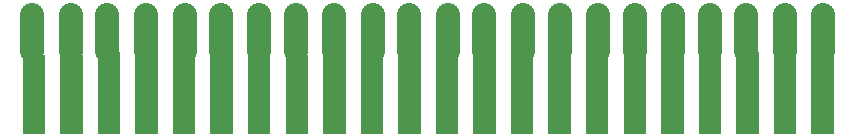
<source format=gbr>
%TF.GenerationSoftware,KiCad,Pcbnew,(6.0.6)*%
%TF.CreationDate,2022-07-31T20:56:31+02:00*%
%TF.ProjectId,SF-7326,53462d37-3332-4362-9e6b-696361645f70,rev?*%
%TF.SameCoordinates,Original*%
%TF.FileFunction,Paste,Top*%
%TF.FilePolarity,Positive*%
%FSLAX46Y46*%
G04 Gerber Fmt 4.6, Leading zero omitted, Abs format (unit mm)*
G04 Created by KiCad (PCBNEW (6.0.6)) date 2022-07-31 20:56:31*
%MOMM*%
%LPD*%
G01*
G04 APERTURE LIST*
%ADD10O,2.032000X5.080000*%
G04 APERTURE END LIST*
%TO.C,CON1*%
G36*
X110532510Y-122132920D02*
G01*
X108632490Y-122132920D01*
X108632490Y-115180950D01*
X110532510Y-115180950D01*
X110532510Y-122132920D01*
G37*
G36*
X81912520Y-122132920D02*
G01*
X80012500Y-122132920D01*
X80012500Y-115180950D01*
X81912520Y-115180950D01*
X81912520Y-122132920D01*
G37*
G36*
X91452510Y-122132920D02*
G01*
X89552490Y-122132920D01*
X89552490Y-115180950D01*
X91452510Y-115180950D01*
X91452510Y-122132920D01*
G37*
G36*
X97812520Y-122132920D02*
G01*
X95912500Y-122132920D01*
X95912500Y-115434950D01*
X97812520Y-115434950D01*
X97812520Y-122132920D01*
G37*
G36*
X94632510Y-122132920D02*
G01*
X92732490Y-122132920D01*
X92732490Y-115434950D01*
X94632510Y-115434950D01*
X94632510Y-122132920D01*
G37*
G36*
X78732520Y-122132920D02*
G01*
X76832500Y-122132920D01*
X76832500Y-115434950D01*
X78732520Y-115434950D01*
X78732520Y-122132920D01*
G37*
G36*
X107352530Y-122132920D02*
G01*
X105452510Y-122132920D01*
X105452510Y-115180950D01*
X107352530Y-115180950D01*
X107352530Y-122132920D01*
G37*
G36*
X75552520Y-122132920D02*
G01*
X73652490Y-122132920D01*
X73652490Y-115434950D01*
X75552520Y-115434950D01*
X75552520Y-122132920D01*
G37*
G36*
X88272510Y-122132920D02*
G01*
X86372480Y-122132920D01*
X86372480Y-115180950D01*
X88272510Y-115180950D01*
X88272510Y-122132920D01*
G37*
G36*
X100992520Y-122132920D02*
G01*
X99092500Y-122132920D01*
X99092500Y-115180950D01*
X100992520Y-115180950D01*
X100992520Y-122132920D01*
G37*
G36*
X104172520Y-122132920D02*
G01*
X102272500Y-122132920D01*
X102272500Y-115180950D01*
X104172520Y-115180950D01*
X104172520Y-122132920D01*
G37*
G36*
X132792510Y-122132920D02*
G01*
X130892490Y-122132920D01*
X130892490Y-115180950D01*
X132792510Y-115180950D01*
X132792510Y-122132920D01*
G37*
G36*
X135972510Y-122132920D02*
G01*
X134072490Y-122132920D01*
X134072490Y-115180950D01*
X135972510Y-115180950D01*
X135972510Y-122132920D01*
G37*
G36*
X123252520Y-122132920D02*
G01*
X121352500Y-122132920D01*
X121352500Y-115180950D01*
X123252520Y-115180950D01*
X123252520Y-122132920D01*
G37*
G36*
X113712510Y-122132920D02*
G01*
X111812490Y-122132920D01*
X111812490Y-115180950D01*
X113712510Y-115180950D01*
X113712510Y-122132920D01*
G37*
G36*
X120072520Y-122132920D02*
G01*
X118172500Y-122132920D01*
X118172500Y-115180950D01*
X120072520Y-115180950D01*
X120072520Y-122132920D01*
G37*
G36*
X129612500Y-122132920D02*
G01*
X127712480Y-122132920D01*
X127712480Y-115180950D01*
X129612500Y-115180950D01*
X129612500Y-122132920D01*
G37*
G36*
X126432530Y-122132920D02*
G01*
X124532500Y-122132920D01*
X124532500Y-115180950D01*
X126432530Y-115180950D01*
X126432530Y-122132920D01*
G37*
G36*
X139152520Y-122132920D02*
G01*
X137252490Y-122132920D01*
X137252490Y-115180950D01*
X139152520Y-115180950D01*
X139152520Y-122132920D01*
G37*
G36*
X116892510Y-122132920D02*
G01*
X114992490Y-122132920D01*
X114992490Y-115180950D01*
X116892510Y-115180950D01*
X116892510Y-122132920D01*
G37*
G36*
X142332520Y-122132920D02*
G01*
X140432500Y-122132920D01*
X140432500Y-115180950D01*
X142332520Y-115180950D01*
X142332520Y-122132920D01*
G37*
G36*
X85092530Y-122132920D02*
G01*
X83192510Y-122132920D01*
X83192510Y-115180950D01*
X85092530Y-115180950D01*
X85092530Y-122132920D01*
G37*
%TD*%
D10*
%TO.C,CON1*%
X74475500Y-113599800D03*
X77777500Y-113599800D03*
X80825500Y-113599800D03*
X84127500Y-113599800D03*
X87429500Y-113599800D03*
X90477500Y-113599800D03*
X93636531Y-113599800D03*
X96827500Y-113599800D03*
X99986531Y-113599800D03*
X103288531Y-113599800D03*
X106336530Y-113599800D03*
X109638531Y-113599800D03*
X112686531Y-113599800D03*
X115988531Y-113599800D03*
X119179500Y-113599800D03*
X122338531Y-113599800D03*
X125529500Y-113599800D03*
X128688531Y-113599800D03*
X131879500Y-113599800D03*
X134927500Y-113599800D03*
X138229500Y-113599800D03*
X141388523Y-113599800D03*
X74475500Y-113599800D03*
X77777500Y-113599800D03*
X80825500Y-113599800D03*
X84127500Y-113599800D03*
X87429500Y-113599800D03*
X90477500Y-113599800D03*
X93636531Y-113599800D03*
X96827500Y-113599800D03*
X99986531Y-113599800D03*
X103288531Y-113599800D03*
X106336530Y-113599800D03*
X109638531Y-113599800D03*
X112686531Y-113599800D03*
X115988531Y-113599800D03*
X119179500Y-113599800D03*
X122338531Y-113599800D03*
X125529500Y-113599800D03*
X128688531Y-113599800D03*
X131879500Y-113599800D03*
X134927500Y-113599800D03*
X138229500Y-113599800D03*
X141388523Y-113599800D03*
%TD*%
M02*

</source>
